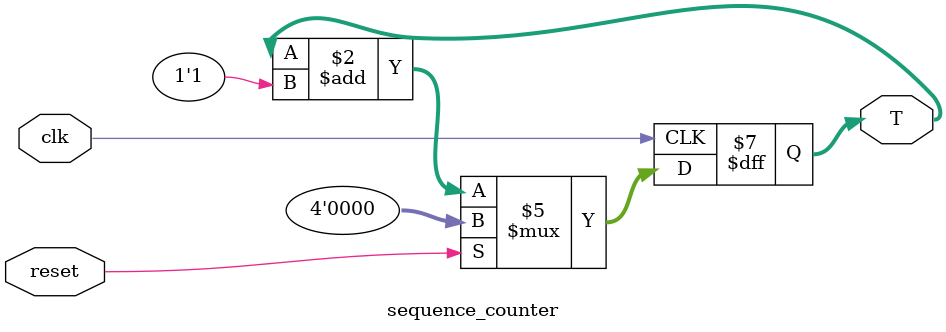
<source format=v>
module sequence_counter (
    input  wire       clk,
    input  wire       reset, 
    output reg  [3:0] T
);

    initial begin
        T = 4'b0000;
    end

    always @(posedge clk) begin
        if (reset) begin
            T <= 4'b0000;
        end
        else begin
            T <= T + 1'b1;
        end
    end

endmodule
</source>
